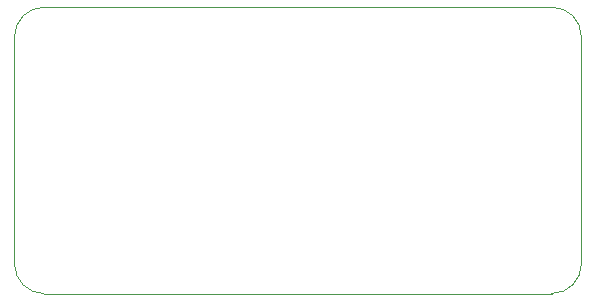
<source format=gm1>
%TF.GenerationSoftware,KiCad,Pcbnew,8.0.3*%
%TF.CreationDate,2024-06-23T18:27:21+02:00*%
%TF.ProjectId,LS018B7DH02_breakout,4c533031-3842-4374-9448-30325f627265,rev?*%
%TF.SameCoordinates,Original*%
%TF.FileFunction,Profile,NP*%
%FSLAX46Y46*%
G04 Gerber Fmt 4.6, Leading zero omitted, Abs format (unit mm)*
G04 Created by KiCad (PCBNEW 8.0.3) date 2024-06-23 18:27:21*
%MOMM*%
%LPD*%
G01*
G04 APERTURE LIST*
%TA.AperFunction,Profile*%
%ADD10C,0.050000*%
%TD*%
G04 APERTURE END LIST*
D10*
X74000000Y-105500000D02*
G75*
G02*
X71500000Y-103000000I0J2500000D01*
G01*
X74000000Y-81250000D02*
X117000000Y-81250000D01*
X119500000Y-83750000D02*
X119500000Y-103000000D01*
X74000000Y-105500000D02*
X117000000Y-105500000D01*
X117000000Y-81250000D02*
G75*
G02*
X119500000Y-83750000I0J-2500000D01*
G01*
X119500000Y-103000000D02*
G75*
G02*
X117000000Y-105500000I-2500000J0D01*
G01*
X71500000Y-103000000D02*
X71500000Y-83750000D01*
X71500000Y-83750000D02*
G75*
G02*
X74000000Y-81250000I2500000J0D01*
G01*
M02*

</source>
